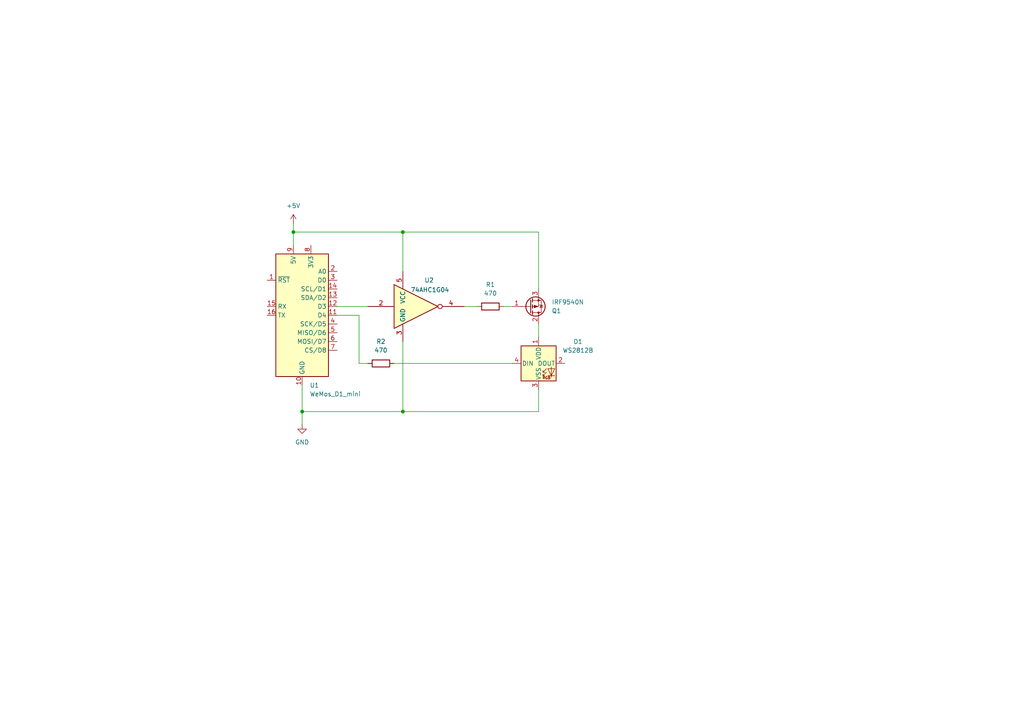
<source format=kicad_sch>
(kicad_sch (version 20231120) (generator "eeschema") (generator_version "8.0")
  (paper "A4")
  (lib_symbols
    (symbol "74xGxx:74AHC1G04"
      (property "Reference" "U" (at -2.54 3.81 0))
      (property "Value" "74AHC1G04" (at 0 -3.81 0))
      (symbol "74AHC1G04_0_1"
        (polyline (pts (xy -7.62 6.35) (xy -7.62 -6.35) (xy 5.08 0) (xy -7.62 6.35)) (stroke (width 0.254)) (fill (type background)))
      )
      (symbol "74AHC1G04_1_1"
        (pin input line (at -15.24 0 0) (length 7.62) (name "~") (number "2"))
        (pin power_in line (at -5.08 -10.16 90) (length 5.08) (name "GND") (number "3"))
        (pin output inverted (at 12.7 0 180) (length 7.62) (name "~") (number "4"))
        (pin power_in line (at -5.08 10.16 270) (length 5.08) (name "VCC") (number "5"))
      )
    )
    (symbol "Device:R" (pin_numbers hide) (pin_names (offset 0))
      (property "Reference" "R" (at 2.032 0 90))
      (property "Value" "R" (at 0 0 90))
      (symbol "R_0_1"
        (rectangle (start -1.016 -2.54) (end 1.016 2.54) (stroke (width 0.254)))
      )
      (symbol "R_1_1"
        (pin passive line (at 0 3.81 270) (length 1.27) (name "~") (number "1"))
        (pin passive line (at 0 -3.81 90) (length 1.27) (name "~") (number "2"))
      )
    )
    (symbol "LED:WS2812B" (pin_names (offset 0.254))
      (property "Reference" "D" (at 5.08 5.715 0))
      (property "Value" "WS2812B" (at 1.27 -5.715 0))
      (symbol "WS2812B_0_0"
        (text "RGB" (at 2.286 -4.191 0) (effects (font (size 0.762 0.762))))
      )
      (symbol "WS2812B_0_1"
        (polyline (pts (xy 1.27 -3.556) (xy 1.778 -3.556)))
        (polyline (pts (xy 1.27 -2.54) (xy 1.778 -2.54)))
        (polyline (pts (xy 4.699 -3.556) (xy 2.667 -3.556)))
        (polyline (pts (xy 2.286 -2.54) (xy 1.27 -3.556) (xy 1.27 -3.048)))
        (polyline (pts (xy 2.286 -1.524) (xy 1.27 -2.54) (xy 1.27 -2.032)))
        (polyline (pts (xy 3.683 -1.016) (xy 3.683 -3.556) (xy 3.683 -4.064)))
        (polyline (pts (xy 4.699 -1.524) (xy 2.667 -1.524) (xy 3.683 -3.556) (xy 4.699 -1.524)))
        (rectangle (start 5.08 5.08) (end -5.08 -5.08) (stroke (width 0.254)) (fill (type background)))
      )
      (symbol "WS2812B_1_1"
        (pin power_in line (at 0 7.62 270) (length 2.54) (name "VDD") (number "1"))
        (pin output line (at 7.62 0 180) (length 2.54) (name "DOUT") (number "2"))
        (pin power_in line (at 0 -7.62 90) (length 2.54) (name "VSS") (number "3"))
        (pin input line (at -7.62 0 0) (length 2.54) (name "DIN") (number "4"))
      )
    )
    (symbol "MCU_Module:WeMos_D1_mini"
      (property "Reference" "U" (at 3.81 19.05 0))
      (property "Value" "WeMos_D1_mini" (at 1.27 -19.05 0))
      (symbol "WeMos_D1_mini_1_1"
        (rectangle (start -7.62 17.78) (end 7.62 -17.78) (stroke (width 0.254)) (fill (type background)))
        (pin input line (at -10.16 10.16 0) (length 2.54) (name "~{RST}") (number "1"))
        (pin power_in line (at 0 -20.32 90) (length 2.54) (name "GND") (number "10"))
        (pin bidirectional line (at 10.16 0 180) (length 2.54) (name "D4") (number "11"))
        (pin bidirectional line (at 10.16 2.54 180) (length 2.54) (name "D3") (number "12"))
        (pin bidirectional line (at 10.16 5.08 180) (length 2.54) (name "SDA/D2") (number "13"))
        (pin bidirectional line (at 10.16 7.62 180) (length 2.54) (name "SCL/D1") (number "14"))
        (pin input line (at -10.16 2.54 0) (length 2.54) (name "RX") (number "15"))
        (pin output line (at -10.16 0 0) (length 2.54) (name "TX") (number "16"))
        (pin input line (at 10.16 12.7 180) (length 2.54) (name "A0") (number "2"))
        (pin bidirectional line (at 10.16 10.16 180) (length 2.54) (name "D0") (number "3"))
        (pin bidirectional line (at 10.16 -2.54 180) (length 2.54) (name "SCK/D5") (number "4"))
        (pin bidirectional line (at 10.16 -5.08 180) (length 2.54) (name "MISO/D6") (number "5"))
        (pin bidirectional line (at 10.16 -7.62 180) (length 2.54) (name "MOSI/D7") (number "6"))
        (pin bidirectional line (at 10.16 -10.16 180) (length 2.54) (name "CS/D8") (number "7"))
        (pin power_out line (at 2.54 20.32 270) (length 2.54) (name "3V3") (number "8"))
        (pin power_in line (at -2.54 20.32 270) (length 2.54) (name "5V") (number "9"))
      )
    )
    (symbol "Transistor_FET:IRF9540N" (pin_names hide)
      (property "Reference" "Q" (at 5.08 1.905 0))
      (property "Value" "IRF9540N" (at 5.08 0 0))
      (symbol "IRF9540N_0_1"
        (polyline (pts (xy 0.254 0) (xy -2.54 0)))
        (polyline (pts (xy 0.254 1.905) (xy 0.254 -1.905)) (stroke (width 0.254)))
        (polyline (pts (xy 0.762 -1.27) (xy 0.762 -2.286)) (stroke (width 0.254)))
        (polyline (pts (xy 0.762 0.508) (xy 0.762 -0.508)) (stroke (width 0.254)))
        (polyline (pts (xy 0.762 2.286) (xy 0.762 1.27)) (stroke (width 0.254)))
        (polyline (pts (xy 2.54 2.54) (xy 2.54 1.778)))
        (polyline (pts (xy 2.54 -2.54) (xy 2.54 0) (xy 0.762 0)))
        (polyline (pts (xy 0.762 1.778) (xy 3.302 1.778) (xy 3.302 -1.778) (xy 0.762 -1.778)))
        (polyline (pts (xy 2.286 0) (xy 1.27 0.381) (xy 1.27 -0.381) (xy 2.286 0)) (fill (type outline)))
        (polyline (pts (xy 2.794 -0.508) (xy 2.921 -0.381) (xy 3.683 -0.381) (xy 3.81 -0.254)))
        (polyline (pts (xy 3.302 -0.381) (xy 2.921 0.254) (xy 3.683 0.254) (xy 3.302 -0.381)))
        (circle (center 1.651 0) (radius 2.794) (stroke (width 0.254)))
        (circle (center 2.54 -1.778) (radius 0.254) (fill (type outline)))
        (circle (center 2.54 1.778) (radius 0.254) (fill (type outline)))
      )
      (symbol "IRF9540N_1_1"
        (pin input line (at -5.08 0 0) (length 2.54) (name "G") (number "1"))
        (pin passive line (at 2.54 5.08 270) (length 2.54) (name "D") (number "2"))
        (pin passive line (at 2.54 -5.08 90) (length 2.54) (name "S") (number "3"))
      )
    )
    (symbol "power:+5V" (power) (pin_numbers hide) (pin_names (offset 0) hide)
      (property "Value" "+5V" (at 0 3.556 0))
      (symbol "+5V_0_1"
        (polyline (pts (xy -0.762 1.27) (xy 0 2.54)))
        (polyline (pts (xy 0 0) (xy 0 2.54)))
        (polyline (pts (xy 0 2.54) (xy 0.762 1.27)))
      )
      (symbol "+5V_1_1"
        (pin power_in line (at 0 0 90) (length 0) (name "~") (number "1"))
      )
    )
    (symbol "power:GND" (power) (pin_numbers hide) (pin_names (offset 0) hide)
      (property "Value" "GND" (at 0 -3.81 0))
      (symbol "GND_0_1"
        (polyline (pts (xy 0 0) (xy 0 -1.27) (xy 1.27 -1.27) (xy 0 -2.54) (xy -1.27 -1.27) (xy 0 -1.27)))
      )
      (symbol "GND_1_1"
        (pin power_in line (at 0 0 270) (length 0) (name "~") (number "1"))
      )
    )
  )
  (junction (at 116.84 67.31))
  (junction (at 87.63 119.38))
  (junction (at 85.09 67.31))
  (junction (at 116.84 119.38))
  (wire (pts (xy 85.09 64.77) (xy 85.09 67.31)))
  (wire (pts (xy 116.84 78.74) (xy 116.84 67.31)))
  (wire (pts (xy 85.09 67.31) (xy 85.09 71.12)))
  (wire (pts (xy 146.05 88.9) (xy 148.59 88.9)))
  (wire (pts (xy 116.84 67.31) (xy 156.21 67.31)))
  (wire (pts (xy 156.21 67.31) (xy 156.21 83.82)))
  (wire (pts (xy 87.63 119.38) (xy 116.84 119.38)))
  (wire (pts (xy 85.09 67.31) (xy 116.84 67.31)))
  (wire (pts (xy 116.84 99.06) (xy 116.84 119.38)))
  (wire (pts (xy 156.21 93.98) (xy 156.21 97.79)))
  (wire (pts (xy 87.63 119.38) (xy 87.63 123.19)))
  (wire (pts (xy 106.68 105.41) (xy 104.14 105.41)))
  (wire (pts (xy 104.14 91.44) (xy 104.14 105.41)))
  (wire (pts (xy 97.79 88.9) (xy 106.68 88.9)))
  (wire (pts (xy 156.21 113.03) (xy 156.21 119.38)))
  (wire (pts (xy 97.79 91.44) (xy 104.14 91.44)))
  (wire (pts (xy 114.3 105.41) (xy 148.59 105.41)))
  (wire (pts (xy 116.84 119.38) (xy 156.21 119.38)))
  (wire (pts (xy 87.63 111.76) (xy 87.63 119.38)))
  (wire (pts (xy 134.62 88.9) (xy 138.43 88.9)))
  (symbol (lib_id "power:+5V") (at 85.09 64.77 0) (unit 1)
    (property "Reference" "#PWR02" (effects (hide yes)))
    (property "Value" "+5V" (at 85.09 59.69 0))
    (property "Description" "Power symbol creates a global label with name \"+5V\"" (effects (hide yes)))
  )
  (symbol (lib_id "LED:WS2812B") (at 156.21 105.41 0) (unit 1)
    (property "Reference" "D1" (at 167.64 99.0914 0))
    (property "Value" "WS2812B" (at 167.64 101.6314 0))
    (property "Footprint" "LED_SMD:LED_WS2812B_PLCC4_5.0x5.0mm_P3.2mm" (effects (hide yes)))
    (property "Datasheet" "https://cdn-shop.adafruit.com/datasheets/WS2812B.pdf" (effects (hide yes)))
    (property "Description" "RGB LED with integrated controller" (effects (hide yes)))
  )
  (symbol (lib_id "MCU_Module:WeMos_D1_mini") (at 87.63 91.44 0) (unit 1)
    (property "Reference" "U1" (at 89.8241 111.76 0) (effects (justify left)))
    (property "Value" "WeMos_D1_mini" (at 89.8241 114.3 0) (effects (justify left)))
    (property "Footprint" "Module:WEMOS_D1_mini_light" (effects (hide yes)))
    (property "Datasheet" "https://wiki.wemos.cc/products:d1:d1_mini#documentation" (effects (hide yes)))
    (property "Description" "32-bit microcontroller module with WiFi" (effects (hide yes)))
  )
  (symbol (lib_id "Device:R") (at 110.49 105.41 270) (unit 1)
    (property "Reference" "R2" (at 110.49 99.06 90))
    (property "Value" "470" (at 110.49 101.6 90))
    (property "Description" "Resistor" (effects (hide yes)))
  )
  (symbol (lib_id "Device:R") (at 142.24 88.9 90) (unit 1)
    (property "Reference" "R1" (at 142.24 82.55 90))
    (property "Value" "470" (at 142.24 85.09 90))
    (property "Description" "Resistor" (effects (hide yes)))
  )
  (symbol (lib_id "Transistor_FET:IRF9540N") (at 153.67 88.9 0) (mirror x) (unit 1)
    (property "Reference" "Q1" (at 160.02 90.1701 0) (effects (justify left)))
    (property "Value" "IRF9540N" (at 160.02 87.6301 0) (effects (justify left)))
    (property "Footprint" "Package_TO_SOT_THT:TO-220-3_Vertical" (effects (hide yes)))
    (property "Datasheet" "http://www.irf.com/product-info/datasheets/data/irf9540n.pdf" (effects (hide yes)))
    (property "Description" "-23A Id, -100V Vds, 117mOhm Rds, P-Channel HEXFET Power MOSFET, TO-220" (effects (hide yes)))
  )
  (symbol (lib_id "power:GND") (at 87.63 123.19 0) (unit 1)
    (property "Reference" "#PWR01" (effects (hide yes)))
    (property "Value" "GND" (at 87.63 128.27 0))
    (property "Description" "Power symbol creates a global label with name \"GND\" , ground" (effects (hide yes)))
  )
  (symbol (lib_id "74xGxx:74AHC1G04") (at 121.92 88.9 0) (unit 1)
    (property "Reference" "U2" (at 124.46 81.28 0))
    (property "Value" "74AHC1G04" (at 124.714 84.074 0))
    (property "Datasheet" "http://www.ti.com/lit/sg/scyt129e/scyt129e.pdf" (effects (hide yes)))
    (property "Description" "Single NOT Gate, Low-Voltage CMOS" (effects (hide yes)))
  )
)
</source>
